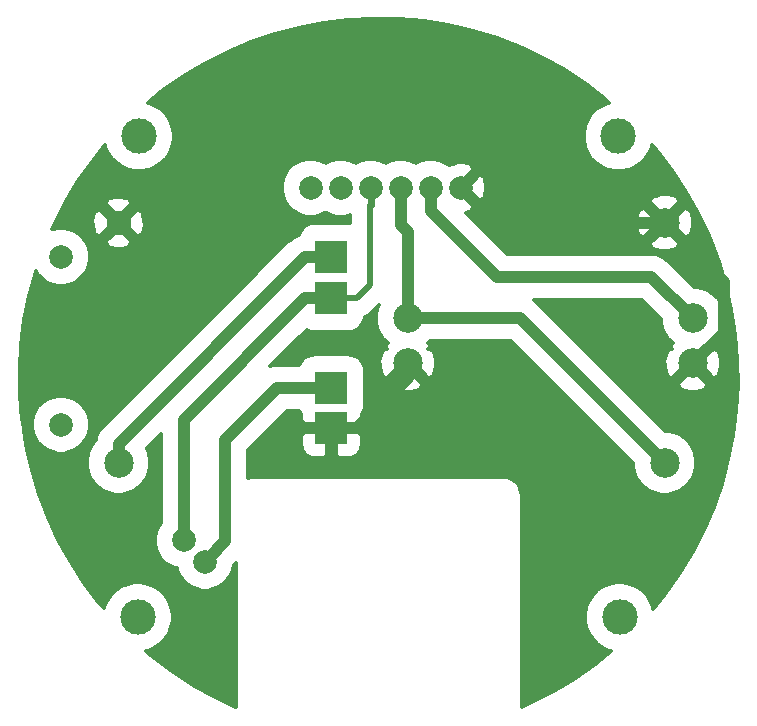
<source format=gbr>
G04 #@! TF.GenerationSoftware,KiCad,Pcbnew,(5.1.2)-2*
G04 #@! TF.CreationDate,2019-10-20T14:27:07-03:00*
G04 #@! TF.ProjectId,placa_potencia,706c6163-615f-4706-9f74-656e6369612e,rev?*
G04 #@! TF.SameCoordinates,Original*
G04 #@! TF.FileFunction,Copper,L1,Top*
G04 #@! TF.FilePolarity,Positive*
%FSLAX46Y46*%
G04 Gerber Fmt 4.6, Leading zero omitted, Abs format (unit mm)*
G04 Created by KiCad (PCBNEW (5.1.2)-2) date 2019-10-20 14:27:07*
%MOMM*%
%LPD*%
G04 APERTURE LIST*
%ADD10R,2.800000X2.800000*%
%ADD11C,2.000000*%
%ADD12C,3.000000*%
%ADD13C,2.500000*%
%ADD14C,2.100000*%
%ADD15C,1.000000*%
%ADD16C,0.800000*%
%ADD17C,0.500000*%
%ADD18C,0.600000*%
%ADD19C,0.300000*%
G04 APERTURE END LIST*
D10*
X80600000Y-70300000D03*
X80600000Y-62700000D03*
X80600000Y-73700000D03*
X80600000Y-59200000D03*
D11*
X57700000Y-73400000D03*
X57700000Y-59200000D03*
D12*
X64300000Y-49000000D03*
X104900000Y-49000000D03*
X64200000Y-89700000D03*
X105000000Y-89700000D03*
D11*
X91550000Y-53350000D03*
X89010000Y-53350000D03*
X86470000Y-53350000D03*
X83930000Y-53350000D03*
X81390000Y-53350000D03*
X78850000Y-53350000D03*
X68100000Y-83200000D03*
X69896051Y-84996051D03*
D13*
X62574000Y-76626000D03*
D14*
X62574000Y-56306000D03*
D13*
X108802000Y-76626000D03*
X108802000Y-56306000D03*
X87070000Y-64410000D03*
X87070000Y-68220000D03*
X111200000Y-64410000D03*
X111200000Y-68220000D03*
D15*
X87070000Y-69430000D02*
X87070000Y-68220000D01*
X82800000Y-73700000D02*
X87070000Y-69430000D01*
X80600000Y-73700000D02*
X82800000Y-73700000D01*
X94506000Y-56306000D02*
X108802000Y-56306000D01*
X91550000Y-53350000D02*
X94506000Y-56306000D01*
X113800000Y-61304000D02*
X108802000Y-56306000D01*
X111200000Y-68220000D02*
X113800000Y-65620000D01*
X113800000Y-65620000D02*
X113800000Y-61304000D01*
X89010000Y-55278351D02*
X89010000Y-53350000D01*
X94631649Y-60900000D02*
X89010000Y-55278351D01*
X111200000Y-64410000D02*
X107690000Y-60900000D01*
X107690000Y-60900000D02*
X94631649Y-60900000D01*
D16*
X88837766Y-64410000D02*
X88847766Y-64400000D01*
D15*
X87070000Y-64410000D02*
X88837766Y-64410000D01*
X96576000Y-64400000D02*
X108802000Y-76626000D01*
X88847766Y-64400000D02*
X96576000Y-64400000D01*
X87070000Y-64410000D02*
X87070000Y-57070000D01*
X86470000Y-56470000D02*
X86470000Y-53350000D01*
X87070000Y-57070000D02*
X86470000Y-56470000D01*
X78400000Y-62700000D02*
X80600000Y-62700000D01*
X68100000Y-73000000D02*
X78400000Y-62700000D01*
X68100000Y-83200000D02*
X68100000Y-73000000D01*
D17*
X82800000Y-62700000D02*
X83880000Y-61620000D01*
X83880000Y-54814213D02*
X83880000Y-61620000D01*
X80600000Y-62700000D02*
X82800000Y-62700000D01*
D18*
X83930000Y-53350000D02*
X83930000Y-54764213D01*
D15*
X80600000Y-70300000D02*
X81260002Y-70300000D01*
X70896050Y-83996052D02*
X70896050Y-83953950D01*
X69896051Y-84996051D02*
X70896050Y-83996052D01*
X70896050Y-83953950D02*
X71600000Y-83250000D01*
X71600000Y-83250000D02*
X71600000Y-74700000D01*
X76000000Y-70300000D02*
X80600000Y-70300000D01*
X71600000Y-74700000D02*
X76000000Y-70300000D01*
X62574000Y-75026000D02*
X62574000Y-76626000D01*
X78400000Y-59200000D02*
X62574000Y-75026000D01*
X80600000Y-59200000D02*
X78400000Y-59200000D01*
D19*
G36*
X86283155Y-39067411D02*
G01*
X88396386Y-39258057D01*
X90491167Y-39595649D01*
X92557332Y-40078553D01*
X94584745Y-40704399D01*
X96563572Y-41470148D01*
X98484163Y-42372067D01*
X100337158Y-43405765D01*
X102113531Y-44566199D01*
X103804639Y-45847728D01*
X104142358Y-46142911D01*
X104039517Y-46163367D01*
X103502651Y-46385744D01*
X103019484Y-46708585D01*
X102608585Y-47119484D01*
X102285744Y-47602651D01*
X102063367Y-48139517D01*
X101950000Y-48709450D01*
X101950000Y-49290550D01*
X102063367Y-49860483D01*
X102285744Y-50397349D01*
X102608585Y-50880516D01*
X103019484Y-51291415D01*
X103502651Y-51614256D01*
X104039517Y-51836633D01*
X104609450Y-51950000D01*
X105190550Y-51950000D01*
X105760483Y-51836633D01*
X106297349Y-51614256D01*
X106780516Y-51291415D01*
X107191415Y-50880516D01*
X107514256Y-50397349D01*
X107736633Y-49860483D01*
X107759684Y-49744597D01*
X108286207Y-50353613D01*
X109558560Y-52051618D01*
X110709376Y-53834259D01*
X111733033Y-55692826D01*
X112624541Y-57618253D01*
X113379575Y-59601203D01*
X113994444Y-61631986D01*
X114466153Y-63700700D01*
X114792409Y-65797296D01*
X114971619Y-67911534D01*
X115002910Y-70033122D01*
X114886130Y-72151724D01*
X114621848Y-74257030D01*
X114211351Y-76338770D01*
X113656644Y-78386784D01*
X112960420Y-80391132D01*
X112126077Y-82342031D01*
X111157680Y-84229973D01*
X110059949Y-86045759D01*
X108838211Y-87780574D01*
X107863983Y-88977012D01*
X107836633Y-88839517D01*
X107614256Y-88302651D01*
X107291415Y-87819484D01*
X106880516Y-87408585D01*
X106397349Y-87085744D01*
X105860483Y-86863367D01*
X105290550Y-86750000D01*
X104709450Y-86750000D01*
X104139517Y-86863367D01*
X103602651Y-87085744D01*
X103119484Y-87408585D01*
X102708585Y-87819484D01*
X102385744Y-88302651D01*
X102163367Y-88839517D01*
X102050000Y-89409450D01*
X102050000Y-89990550D01*
X102163367Y-90560483D01*
X102385744Y-91097349D01*
X102708585Y-91580516D01*
X103119484Y-91991415D01*
X103602651Y-92314256D01*
X104139517Y-92536633D01*
X104302298Y-92569012D01*
X102838909Y-93747500D01*
X101097522Y-94959826D01*
X99275814Y-96047721D01*
X97382670Y-97005884D01*
X96710062Y-97289244D01*
X96710062Y-79513733D01*
X96717803Y-79435136D01*
X96706726Y-79322663D01*
X96686911Y-79121481D01*
X96595421Y-78819880D01*
X96446850Y-78541923D01*
X96246907Y-78298291D01*
X96217972Y-78274545D01*
X96003275Y-78098348D01*
X95725318Y-77949777D01*
X95423717Y-77858287D01*
X95188659Y-77835136D01*
X95188658Y-77835136D01*
X95110062Y-77827395D01*
X95031465Y-77835136D01*
X74188659Y-77835136D01*
X74110062Y-77827395D01*
X74031466Y-77835136D01*
X74031465Y-77835136D01*
X73796407Y-77858287D01*
X73550000Y-77933034D01*
X73550000Y-75507715D01*
X73957715Y-75100000D01*
X78044436Y-75100000D01*
X78066640Y-75325439D01*
X78132398Y-75542215D01*
X78239184Y-75741997D01*
X78382893Y-75917107D01*
X78558003Y-76060816D01*
X78757785Y-76167602D01*
X78974561Y-76233360D01*
X79200000Y-76255564D01*
X79962500Y-76250000D01*
X80250000Y-75962500D01*
X80250000Y-74050000D01*
X80950000Y-74050000D01*
X80950000Y-75962500D01*
X81237500Y-76250000D01*
X82000000Y-76255564D01*
X82225439Y-76233360D01*
X82442215Y-76167602D01*
X82641997Y-76060816D01*
X82817107Y-75917107D01*
X82960816Y-75741997D01*
X83067602Y-75542215D01*
X83133360Y-75325439D01*
X83155564Y-75100000D01*
X83150000Y-74337500D01*
X82862500Y-74050000D01*
X80950000Y-74050000D01*
X80250000Y-74050000D01*
X78337500Y-74050000D01*
X78050000Y-74337500D01*
X78044436Y-75100000D01*
X73957715Y-75100000D01*
X76807716Y-72250000D01*
X77851596Y-72250000D01*
X77853894Y-72257576D01*
X77988536Y-72509474D01*
X78046480Y-72580078D01*
X78050000Y-73062500D01*
X78337500Y-73350000D01*
X80250000Y-73350000D01*
X80250000Y-73330000D01*
X80950000Y-73330000D01*
X80950000Y-73350000D01*
X82862500Y-73350000D01*
X83150000Y-73062500D01*
X83153520Y-72580078D01*
X83211464Y-72509474D01*
X83346106Y-72257576D01*
X83429019Y-71984250D01*
X83457015Y-71700000D01*
X83457015Y-69948932D01*
X85836043Y-69948932D01*
X85950654Y-70356104D01*
X86388895Y-70533433D01*
X86853310Y-70621858D01*
X87326053Y-70617981D01*
X87788955Y-70521951D01*
X88189346Y-70356104D01*
X88303957Y-69948932D01*
X87070000Y-68714975D01*
X85836043Y-69948932D01*
X83457015Y-69948932D01*
X83457015Y-68900000D01*
X83429019Y-68615750D01*
X83346106Y-68342424D01*
X83211464Y-68090526D01*
X83030265Y-67869735D01*
X82809474Y-67688536D01*
X82557576Y-67553894D01*
X82284250Y-67470981D01*
X82000000Y-67442985D01*
X79200000Y-67442985D01*
X78915750Y-67470981D01*
X78642424Y-67553894D01*
X78390526Y-67688536D01*
X78169735Y-67869735D01*
X77988536Y-68090526D01*
X77853894Y-68342424D01*
X77851596Y-68350000D01*
X76095795Y-68350000D01*
X76000000Y-68340565D01*
X75904205Y-68350000D01*
X75617733Y-68378215D01*
X75419309Y-68438406D01*
X78492008Y-65365707D01*
X78642424Y-65446106D01*
X78915750Y-65529019D01*
X79200000Y-65557015D01*
X82000000Y-65557015D01*
X82284250Y-65529019D01*
X82557576Y-65446106D01*
X82809474Y-65311464D01*
X83030265Y-65130265D01*
X83211464Y-64909474D01*
X83346106Y-64657576D01*
X83429019Y-64384250D01*
X83439026Y-64282648D01*
X83453709Y-64278194D01*
X83749039Y-64120337D01*
X83794599Y-64082947D01*
X83943031Y-63961132D01*
X83943035Y-63961128D01*
X84007897Y-63907897D01*
X84061129Y-63843034D01*
X84609550Y-63294613D01*
X84473760Y-63622439D01*
X84370000Y-64144073D01*
X84370000Y-64675927D01*
X84473760Y-65197561D01*
X84677291Y-65688930D01*
X84972773Y-66131150D01*
X85348850Y-66507227D01*
X85363485Y-66517006D01*
X85117757Y-66762734D01*
X85341066Y-66986043D01*
X84933896Y-67100654D01*
X84756567Y-67538895D01*
X84668142Y-68003310D01*
X84672019Y-68476053D01*
X84768049Y-68938955D01*
X84933896Y-69339346D01*
X85341068Y-69453957D01*
X86575025Y-68220000D01*
X86560883Y-68205858D01*
X87055858Y-67710883D01*
X87070000Y-67725025D01*
X87084142Y-67710883D01*
X87579117Y-68205858D01*
X87564975Y-68220000D01*
X88798932Y-69453957D01*
X89206104Y-69339346D01*
X89383433Y-68901105D01*
X89471858Y-68436690D01*
X89467981Y-67963947D01*
X89371951Y-67501045D01*
X89206104Y-67100654D01*
X88798934Y-66986043D01*
X89022243Y-66762734D01*
X88776515Y-66517006D01*
X88791150Y-66507227D01*
X88938903Y-66359474D01*
X89035093Y-66350000D01*
X95768285Y-66350000D01*
X106102000Y-76683716D01*
X106102000Y-76891927D01*
X106205760Y-77413561D01*
X106409291Y-77904930D01*
X106704773Y-78347150D01*
X107080850Y-78723227D01*
X107523070Y-79018709D01*
X108014439Y-79222240D01*
X108536073Y-79326000D01*
X109067927Y-79326000D01*
X109589561Y-79222240D01*
X110080930Y-79018709D01*
X110523150Y-78723227D01*
X110899227Y-78347150D01*
X111194709Y-77904930D01*
X111398240Y-77413561D01*
X111502000Y-76891927D01*
X111502000Y-76360073D01*
X111398240Y-75838439D01*
X111194709Y-75347070D01*
X110899227Y-74904850D01*
X110523150Y-74528773D01*
X110080930Y-74233291D01*
X109589561Y-74029760D01*
X109067927Y-73926000D01*
X108859716Y-73926000D01*
X104882648Y-69948932D01*
X109966043Y-69948932D01*
X110080654Y-70356104D01*
X110518895Y-70533433D01*
X110983310Y-70621858D01*
X111456053Y-70617981D01*
X111918955Y-70521951D01*
X112319346Y-70356104D01*
X112433957Y-69948932D01*
X111200000Y-68714975D01*
X109966043Y-69948932D01*
X104882648Y-69948932D01*
X98022605Y-63088890D01*
X97961530Y-63014470D01*
X97761123Y-62850000D01*
X106882285Y-62850000D01*
X108500000Y-64467716D01*
X108500000Y-64675927D01*
X108603760Y-65197561D01*
X108807291Y-65688930D01*
X109102773Y-66131150D01*
X109478850Y-66507227D01*
X109493485Y-66517006D01*
X109247757Y-66762734D01*
X109471066Y-66986043D01*
X109063896Y-67100654D01*
X108886567Y-67538895D01*
X108798142Y-68003310D01*
X108802019Y-68476053D01*
X108898049Y-68938955D01*
X109063896Y-69339346D01*
X109471068Y-69453957D01*
X110705025Y-68220000D01*
X110690883Y-68205858D01*
X111185858Y-67710883D01*
X111200000Y-67725025D01*
X111214142Y-67710883D01*
X111709117Y-68205858D01*
X111694975Y-68220000D01*
X112928932Y-69453957D01*
X113336104Y-69339346D01*
X113513433Y-68901105D01*
X113601858Y-68436690D01*
X113597981Y-67963947D01*
X113501951Y-67501045D01*
X113336104Y-67100654D01*
X112928934Y-66986043D01*
X113152243Y-66762734D01*
X112906515Y-66517006D01*
X112921150Y-66507227D01*
X113297227Y-66131150D01*
X113592709Y-65688930D01*
X113796240Y-65197561D01*
X113900000Y-64675927D01*
X113900000Y-64144073D01*
X113796240Y-63622439D01*
X113592709Y-63131070D01*
X113297227Y-62688850D01*
X112921150Y-62312773D01*
X112478930Y-62017291D01*
X111987561Y-61813760D01*
X111465927Y-61710000D01*
X111257716Y-61710000D01*
X109136605Y-59588890D01*
X109075530Y-59514470D01*
X108778604Y-59270789D01*
X108439843Y-59089718D01*
X108072267Y-58978215D01*
X107785795Y-58950000D01*
X107690000Y-58940565D01*
X107594205Y-58950000D01*
X95439366Y-58950000D01*
X94524298Y-58034932D01*
X107568043Y-58034932D01*
X107682654Y-58442104D01*
X108120895Y-58619433D01*
X108585310Y-58707858D01*
X109058053Y-58703981D01*
X109520955Y-58607951D01*
X109921346Y-58442104D01*
X110035957Y-58034932D01*
X108802000Y-56800975D01*
X107568043Y-58034932D01*
X94524298Y-58034932D01*
X92578676Y-56089310D01*
X106400142Y-56089310D01*
X106404019Y-56562053D01*
X106500049Y-57024955D01*
X106665896Y-57425346D01*
X107073068Y-57539957D01*
X108307025Y-56306000D01*
X109296975Y-56306000D01*
X110530932Y-57539957D01*
X110938104Y-57425346D01*
X111115433Y-56987105D01*
X111203858Y-56522690D01*
X111199981Y-56049947D01*
X111103951Y-55587045D01*
X110938104Y-55186654D01*
X110530932Y-55072043D01*
X109296975Y-56306000D01*
X108307025Y-56306000D01*
X107073068Y-55072043D01*
X106665896Y-55186654D01*
X106488567Y-55624895D01*
X106400142Y-56089310D01*
X92578676Y-56089310D01*
X91952561Y-55463196D01*
X92229188Y-55400864D01*
X92519921Y-55280438D01*
X92603525Y-54898500D01*
X92282093Y-54577068D01*
X107568043Y-54577068D01*
X108802000Y-55811025D01*
X110035957Y-54577068D01*
X109921346Y-54169896D01*
X109483105Y-53992567D01*
X109018690Y-53904142D01*
X108545947Y-53908019D01*
X108083045Y-54004049D01*
X107682654Y-54169896D01*
X107568043Y-54577068D01*
X92282093Y-54577068D01*
X91550000Y-53844975D01*
X91535858Y-53859117D01*
X91428153Y-53751412D01*
X91460000Y-53591304D01*
X91460000Y-53350000D01*
X92044975Y-53350000D01*
X93098500Y-54403525D01*
X93480438Y-54319921D01*
X93632567Y-53924675D01*
X93704665Y-53507344D01*
X93693960Y-53083966D01*
X93600864Y-52670812D01*
X93480438Y-52380079D01*
X93098500Y-52296475D01*
X92044975Y-53350000D01*
X91460000Y-53350000D01*
X91460000Y-53108696D01*
X91428153Y-52948588D01*
X91535858Y-52840883D01*
X91550000Y-52855025D01*
X92603525Y-51801500D01*
X92519921Y-51419562D01*
X92124675Y-51267433D01*
X91707344Y-51195335D01*
X91283966Y-51206040D01*
X90870812Y-51299136D01*
X90580079Y-51419562D01*
X90573669Y-51448845D01*
X90571784Y-51446960D01*
X90170510Y-51178838D01*
X89724639Y-50994152D01*
X89251304Y-50900000D01*
X88768696Y-50900000D01*
X88295361Y-50994152D01*
X87849490Y-51178838D01*
X87740000Y-51251997D01*
X87630510Y-51178838D01*
X87184639Y-50994152D01*
X86711304Y-50900000D01*
X86228696Y-50900000D01*
X85755361Y-50994152D01*
X85309490Y-51178838D01*
X85200000Y-51251997D01*
X85090510Y-51178838D01*
X84644639Y-50994152D01*
X84171304Y-50900000D01*
X83688696Y-50900000D01*
X83215361Y-50994152D01*
X82769490Y-51178838D01*
X82660000Y-51251997D01*
X82550510Y-51178838D01*
X82104639Y-50994152D01*
X81631304Y-50900000D01*
X81148696Y-50900000D01*
X80675361Y-50994152D01*
X80229490Y-51178838D01*
X80120000Y-51251997D01*
X80010510Y-51178838D01*
X79564639Y-50994152D01*
X79091304Y-50900000D01*
X78608696Y-50900000D01*
X78135361Y-50994152D01*
X77689490Y-51178838D01*
X77288216Y-51446960D01*
X76946960Y-51788216D01*
X76678838Y-52189490D01*
X76494152Y-52635361D01*
X76400000Y-53108696D01*
X76400000Y-53591304D01*
X76494152Y-54064639D01*
X76678838Y-54510510D01*
X76946960Y-54911784D01*
X77288216Y-55253040D01*
X77689490Y-55521162D01*
X78135361Y-55705848D01*
X78608696Y-55800000D01*
X79091304Y-55800000D01*
X79564639Y-55705848D01*
X80010510Y-55521162D01*
X80120000Y-55448003D01*
X80229490Y-55521162D01*
X80675361Y-55705848D01*
X81148696Y-55800000D01*
X81631304Y-55800000D01*
X82104639Y-55705848D01*
X82180000Y-55674632D01*
X82180000Y-56360713D01*
X82000000Y-56342985D01*
X79200000Y-56342985D01*
X78915750Y-56370981D01*
X78642424Y-56453894D01*
X78390526Y-56588536D01*
X78169735Y-56769735D01*
X77988536Y-56990526D01*
X77853894Y-57242424D01*
X77825332Y-57336579D01*
X77650157Y-57389718D01*
X77311396Y-57570789D01*
X77014470Y-57814470D01*
X76953400Y-57888884D01*
X61262890Y-73579395D01*
X61188470Y-73640470D01*
X60944789Y-73937396D01*
X60763718Y-74276158D01*
X60701338Y-74481797D01*
X60652215Y-74643734D01*
X60642855Y-74738768D01*
X60476773Y-74904850D01*
X60181291Y-75347070D01*
X59977760Y-75838439D01*
X59874000Y-76360073D01*
X59874000Y-76891927D01*
X59977760Y-77413561D01*
X60181291Y-77904930D01*
X60476773Y-78347150D01*
X60852850Y-78723227D01*
X61295070Y-79018709D01*
X61786439Y-79222240D01*
X62308073Y-79326000D01*
X62839927Y-79326000D01*
X63361561Y-79222240D01*
X63852930Y-79018709D01*
X64295150Y-78723227D01*
X64671227Y-78347150D01*
X64966709Y-77904930D01*
X65170240Y-77413561D01*
X65274000Y-76891927D01*
X65274000Y-76360073D01*
X65170240Y-75838439D01*
X64979578Y-75378138D01*
X66150001Y-74207714D01*
X66150000Y-81708497D01*
X65928838Y-82039490D01*
X65744152Y-82485361D01*
X65650000Y-82958696D01*
X65650000Y-83441304D01*
X65744152Y-83914639D01*
X65928838Y-84360510D01*
X66196960Y-84761784D01*
X66538216Y-85103040D01*
X66939490Y-85371162D01*
X67385361Y-85555848D01*
X67514513Y-85581538D01*
X67540203Y-85710690D01*
X67724889Y-86156561D01*
X67993011Y-86557835D01*
X68334267Y-86899091D01*
X68735541Y-87167213D01*
X69181412Y-87351899D01*
X69654747Y-87446051D01*
X70137355Y-87446051D01*
X70610690Y-87351899D01*
X71056561Y-87167213D01*
X71457835Y-86899091D01*
X71799091Y-86557835D01*
X72067213Y-86156561D01*
X72251899Y-85710690D01*
X72328810Y-85324032D01*
X72510063Y-85103175D01*
X72510062Y-97301777D01*
X70735961Y-96468650D01*
X68882976Y-95434960D01*
X67106593Y-94274519D01*
X65415485Y-92992990D01*
X64924347Y-92563712D01*
X65060483Y-92536633D01*
X65597349Y-92314256D01*
X66080516Y-91991415D01*
X66491415Y-91580516D01*
X66814256Y-91097349D01*
X67036633Y-90560483D01*
X67150000Y-89990550D01*
X67150000Y-89409450D01*
X67036633Y-88839517D01*
X66814256Y-88302651D01*
X66491415Y-87819484D01*
X66080516Y-87408585D01*
X65597349Y-87085744D01*
X65060483Y-86863367D01*
X64490550Y-86750000D01*
X63909450Y-86750000D01*
X63339517Y-86863367D01*
X62802651Y-87085744D01*
X62319484Y-87408585D01*
X61908585Y-87819484D01*
X61585744Y-88302651D01*
X61363367Y-88839517D01*
X61340029Y-88956845D01*
X60933917Y-88487105D01*
X59661560Y-86789093D01*
X58510745Y-85006453D01*
X57487091Y-83147892D01*
X56595578Y-81222453D01*
X55840551Y-79239519D01*
X55225680Y-77208732D01*
X54753970Y-75140016D01*
X54445654Y-73158696D01*
X55250000Y-73158696D01*
X55250000Y-73641304D01*
X55344152Y-74114639D01*
X55528838Y-74560510D01*
X55796960Y-74961784D01*
X56138216Y-75303040D01*
X56539490Y-75571162D01*
X56985361Y-75755848D01*
X57458696Y-75850000D01*
X57941304Y-75850000D01*
X58414639Y-75755848D01*
X58860510Y-75571162D01*
X59261784Y-75303040D01*
X59603040Y-74961784D01*
X59871162Y-74560510D01*
X60055848Y-74114639D01*
X60150000Y-73641304D01*
X60150000Y-73158696D01*
X60055848Y-72685361D01*
X59871162Y-72239490D01*
X59603040Y-71838216D01*
X59261784Y-71496960D01*
X58860510Y-71228838D01*
X58414639Y-71044152D01*
X57941304Y-70950000D01*
X57458696Y-70950000D01*
X56985361Y-71044152D01*
X56539490Y-71228838D01*
X56138216Y-71496960D01*
X55796960Y-71838216D01*
X55528838Y-72239490D01*
X55344152Y-72685361D01*
X55250000Y-73158696D01*
X54445654Y-73158696D01*
X54427715Y-73043422D01*
X54248505Y-70929184D01*
X54217214Y-68807596D01*
X54333994Y-66688995D01*
X54598274Y-64583701D01*
X55008773Y-62501948D01*
X55563480Y-60453934D01*
X55572983Y-60426578D01*
X55796960Y-60761784D01*
X56138216Y-61103040D01*
X56539490Y-61371162D01*
X56985361Y-61555848D01*
X57458696Y-61650000D01*
X57941304Y-61650000D01*
X58414639Y-61555848D01*
X58860510Y-61371162D01*
X59261784Y-61103040D01*
X59603040Y-60761784D01*
X59871162Y-60360510D01*
X60055848Y-59914639D01*
X60150000Y-59441304D01*
X60150000Y-58958696D01*
X60055848Y-58485361D01*
X59871162Y-58039490D01*
X59771708Y-57890646D01*
X61484329Y-57890646D01*
X61574160Y-58277617D01*
X61978015Y-58434792D01*
X62404773Y-58510159D01*
X62838034Y-58500821D01*
X63261149Y-58407137D01*
X63573840Y-58277617D01*
X63663671Y-57890646D01*
X62574000Y-56800975D01*
X61484329Y-57890646D01*
X59771708Y-57890646D01*
X59603040Y-57638216D01*
X59261784Y-57296960D01*
X58860510Y-57028838D01*
X58414639Y-56844152D01*
X57941304Y-56750000D01*
X57458696Y-56750000D01*
X56985361Y-56844152D01*
X56937893Y-56863814D01*
X57094047Y-56498687D01*
X57279686Y-56136773D01*
X60369841Y-56136773D01*
X60379179Y-56570034D01*
X60472863Y-56993149D01*
X60602383Y-57305840D01*
X60989354Y-57395671D01*
X62079025Y-56306000D01*
X63068975Y-56306000D01*
X64158646Y-57395671D01*
X64545617Y-57305840D01*
X64702792Y-56901985D01*
X64778159Y-56475227D01*
X64768821Y-56041966D01*
X64675137Y-55618851D01*
X64545617Y-55306160D01*
X64158646Y-55216329D01*
X63068975Y-56306000D01*
X62079025Y-56306000D01*
X60989354Y-55216329D01*
X60602383Y-55306160D01*
X60445208Y-55710015D01*
X60369841Y-56136773D01*
X57279686Y-56136773D01*
X58005708Y-54721354D01*
X61484329Y-54721354D01*
X62574000Y-55811025D01*
X63663671Y-54721354D01*
X63573840Y-54334383D01*
X63169985Y-54177208D01*
X62743227Y-54101841D01*
X62309966Y-54111179D01*
X61886851Y-54204863D01*
X61574160Y-54334383D01*
X61484329Y-54721354D01*
X58005708Y-54721354D01*
X58062447Y-54610739D01*
X59160175Y-52794959D01*
X60381908Y-51060151D01*
X61442831Y-49757243D01*
X61463367Y-49860483D01*
X61685744Y-50397349D01*
X62008585Y-50880516D01*
X62419484Y-51291415D01*
X62902651Y-51614256D01*
X63439517Y-51836633D01*
X64009450Y-51950000D01*
X64590550Y-51950000D01*
X65160483Y-51836633D01*
X65697349Y-51614256D01*
X66180516Y-51291415D01*
X66591415Y-50880516D01*
X66914256Y-50397349D01*
X67136633Y-49860483D01*
X67250000Y-49290550D01*
X67250000Y-48709450D01*
X67136633Y-48139517D01*
X66914256Y-47602651D01*
X66591415Y-47119484D01*
X66180516Y-46708585D01*
X65697349Y-46385744D01*
X65160483Y-46163367D01*
X65073773Y-46146119D01*
X66381224Y-45093210D01*
X68122596Y-43880896D01*
X69944315Y-42792994D01*
X71837465Y-41834829D01*
X73792844Y-41011056D01*
X75800934Y-40325687D01*
X77851926Y-39782068D01*
X79935851Y-39382842D01*
X82042558Y-39129954D01*
X84161758Y-39024640D01*
X86283155Y-39067411D01*
X86283155Y-39067411D01*
G37*
X86283155Y-39067411D02*
X88396386Y-39258057D01*
X90491167Y-39595649D01*
X92557332Y-40078553D01*
X94584745Y-40704399D01*
X96563572Y-41470148D01*
X98484163Y-42372067D01*
X100337158Y-43405765D01*
X102113531Y-44566199D01*
X103804639Y-45847728D01*
X104142358Y-46142911D01*
X104039517Y-46163367D01*
X103502651Y-46385744D01*
X103019484Y-46708585D01*
X102608585Y-47119484D01*
X102285744Y-47602651D01*
X102063367Y-48139517D01*
X101950000Y-48709450D01*
X101950000Y-49290550D01*
X102063367Y-49860483D01*
X102285744Y-50397349D01*
X102608585Y-50880516D01*
X103019484Y-51291415D01*
X103502651Y-51614256D01*
X104039517Y-51836633D01*
X104609450Y-51950000D01*
X105190550Y-51950000D01*
X105760483Y-51836633D01*
X106297349Y-51614256D01*
X106780516Y-51291415D01*
X107191415Y-50880516D01*
X107514256Y-50397349D01*
X107736633Y-49860483D01*
X107759684Y-49744597D01*
X108286207Y-50353613D01*
X109558560Y-52051618D01*
X110709376Y-53834259D01*
X111733033Y-55692826D01*
X112624541Y-57618253D01*
X113379575Y-59601203D01*
X113994444Y-61631986D01*
X114466153Y-63700700D01*
X114792409Y-65797296D01*
X114971619Y-67911534D01*
X115002910Y-70033122D01*
X114886130Y-72151724D01*
X114621848Y-74257030D01*
X114211351Y-76338770D01*
X113656644Y-78386784D01*
X112960420Y-80391132D01*
X112126077Y-82342031D01*
X111157680Y-84229973D01*
X110059949Y-86045759D01*
X108838211Y-87780574D01*
X107863983Y-88977012D01*
X107836633Y-88839517D01*
X107614256Y-88302651D01*
X107291415Y-87819484D01*
X106880516Y-87408585D01*
X106397349Y-87085744D01*
X105860483Y-86863367D01*
X105290550Y-86750000D01*
X104709450Y-86750000D01*
X104139517Y-86863367D01*
X103602651Y-87085744D01*
X103119484Y-87408585D01*
X102708585Y-87819484D01*
X102385744Y-88302651D01*
X102163367Y-88839517D01*
X102050000Y-89409450D01*
X102050000Y-89990550D01*
X102163367Y-90560483D01*
X102385744Y-91097349D01*
X102708585Y-91580516D01*
X103119484Y-91991415D01*
X103602651Y-92314256D01*
X104139517Y-92536633D01*
X104302298Y-92569012D01*
X102838909Y-93747500D01*
X101097522Y-94959826D01*
X99275814Y-96047721D01*
X97382670Y-97005884D01*
X96710062Y-97289244D01*
X96710062Y-79513733D01*
X96717803Y-79435136D01*
X96706726Y-79322663D01*
X96686911Y-79121481D01*
X96595421Y-78819880D01*
X96446850Y-78541923D01*
X96246907Y-78298291D01*
X96217972Y-78274545D01*
X96003275Y-78098348D01*
X95725318Y-77949777D01*
X95423717Y-77858287D01*
X95188659Y-77835136D01*
X95188658Y-77835136D01*
X95110062Y-77827395D01*
X95031465Y-77835136D01*
X74188659Y-77835136D01*
X74110062Y-77827395D01*
X74031466Y-77835136D01*
X74031465Y-77835136D01*
X73796407Y-77858287D01*
X73550000Y-77933034D01*
X73550000Y-75507715D01*
X73957715Y-75100000D01*
X78044436Y-75100000D01*
X78066640Y-75325439D01*
X78132398Y-75542215D01*
X78239184Y-75741997D01*
X78382893Y-75917107D01*
X78558003Y-76060816D01*
X78757785Y-76167602D01*
X78974561Y-76233360D01*
X79200000Y-76255564D01*
X79962500Y-76250000D01*
X80250000Y-75962500D01*
X80250000Y-74050000D01*
X80950000Y-74050000D01*
X80950000Y-75962500D01*
X81237500Y-76250000D01*
X82000000Y-76255564D01*
X82225439Y-76233360D01*
X82442215Y-76167602D01*
X82641997Y-76060816D01*
X82817107Y-75917107D01*
X82960816Y-75741997D01*
X83067602Y-75542215D01*
X83133360Y-75325439D01*
X83155564Y-75100000D01*
X83150000Y-74337500D01*
X82862500Y-74050000D01*
X80950000Y-74050000D01*
X80250000Y-74050000D01*
X78337500Y-74050000D01*
X78050000Y-74337500D01*
X78044436Y-75100000D01*
X73957715Y-75100000D01*
X76807716Y-72250000D01*
X77851596Y-72250000D01*
X77853894Y-72257576D01*
X77988536Y-72509474D01*
X78046480Y-72580078D01*
X78050000Y-73062500D01*
X78337500Y-73350000D01*
X80250000Y-73350000D01*
X80250000Y-73330000D01*
X80950000Y-73330000D01*
X80950000Y-73350000D01*
X82862500Y-73350000D01*
X83150000Y-73062500D01*
X83153520Y-72580078D01*
X83211464Y-72509474D01*
X83346106Y-72257576D01*
X83429019Y-71984250D01*
X83457015Y-71700000D01*
X83457015Y-69948932D01*
X85836043Y-69948932D01*
X85950654Y-70356104D01*
X86388895Y-70533433D01*
X86853310Y-70621858D01*
X87326053Y-70617981D01*
X87788955Y-70521951D01*
X88189346Y-70356104D01*
X88303957Y-69948932D01*
X87070000Y-68714975D01*
X85836043Y-69948932D01*
X83457015Y-69948932D01*
X83457015Y-68900000D01*
X83429019Y-68615750D01*
X83346106Y-68342424D01*
X83211464Y-68090526D01*
X83030265Y-67869735D01*
X82809474Y-67688536D01*
X82557576Y-67553894D01*
X82284250Y-67470981D01*
X82000000Y-67442985D01*
X79200000Y-67442985D01*
X78915750Y-67470981D01*
X78642424Y-67553894D01*
X78390526Y-67688536D01*
X78169735Y-67869735D01*
X77988536Y-68090526D01*
X77853894Y-68342424D01*
X77851596Y-68350000D01*
X76095795Y-68350000D01*
X76000000Y-68340565D01*
X75904205Y-68350000D01*
X75617733Y-68378215D01*
X75419309Y-68438406D01*
X78492008Y-65365707D01*
X78642424Y-65446106D01*
X78915750Y-65529019D01*
X79200000Y-65557015D01*
X82000000Y-65557015D01*
X82284250Y-65529019D01*
X82557576Y-65446106D01*
X82809474Y-65311464D01*
X83030265Y-65130265D01*
X83211464Y-64909474D01*
X83346106Y-64657576D01*
X83429019Y-64384250D01*
X83439026Y-64282648D01*
X83453709Y-64278194D01*
X83749039Y-64120337D01*
X83794599Y-64082947D01*
X83943031Y-63961132D01*
X83943035Y-63961128D01*
X84007897Y-63907897D01*
X84061129Y-63843034D01*
X84609550Y-63294613D01*
X84473760Y-63622439D01*
X84370000Y-64144073D01*
X84370000Y-64675927D01*
X84473760Y-65197561D01*
X84677291Y-65688930D01*
X84972773Y-66131150D01*
X85348850Y-66507227D01*
X85363485Y-66517006D01*
X85117757Y-66762734D01*
X85341066Y-66986043D01*
X84933896Y-67100654D01*
X84756567Y-67538895D01*
X84668142Y-68003310D01*
X84672019Y-68476053D01*
X84768049Y-68938955D01*
X84933896Y-69339346D01*
X85341068Y-69453957D01*
X86575025Y-68220000D01*
X86560883Y-68205858D01*
X87055858Y-67710883D01*
X87070000Y-67725025D01*
X87084142Y-67710883D01*
X87579117Y-68205858D01*
X87564975Y-68220000D01*
X88798932Y-69453957D01*
X89206104Y-69339346D01*
X89383433Y-68901105D01*
X89471858Y-68436690D01*
X89467981Y-67963947D01*
X89371951Y-67501045D01*
X89206104Y-67100654D01*
X88798934Y-66986043D01*
X89022243Y-66762734D01*
X88776515Y-66517006D01*
X88791150Y-66507227D01*
X88938903Y-66359474D01*
X89035093Y-66350000D01*
X95768285Y-66350000D01*
X106102000Y-76683716D01*
X106102000Y-76891927D01*
X106205760Y-77413561D01*
X106409291Y-77904930D01*
X106704773Y-78347150D01*
X107080850Y-78723227D01*
X107523070Y-79018709D01*
X108014439Y-79222240D01*
X108536073Y-79326000D01*
X109067927Y-79326000D01*
X109589561Y-79222240D01*
X110080930Y-79018709D01*
X110523150Y-78723227D01*
X110899227Y-78347150D01*
X111194709Y-77904930D01*
X111398240Y-77413561D01*
X111502000Y-76891927D01*
X111502000Y-76360073D01*
X111398240Y-75838439D01*
X111194709Y-75347070D01*
X110899227Y-74904850D01*
X110523150Y-74528773D01*
X110080930Y-74233291D01*
X109589561Y-74029760D01*
X109067927Y-73926000D01*
X108859716Y-73926000D01*
X104882648Y-69948932D01*
X109966043Y-69948932D01*
X110080654Y-70356104D01*
X110518895Y-70533433D01*
X110983310Y-70621858D01*
X111456053Y-70617981D01*
X111918955Y-70521951D01*
X112319346Y-70356104D01*
X112433957Y-69948932D01*
X111200000Y-68714975D01*
X109966043Y-69948932D01*
X104882648Y-69948932D01*
X98022605Y-63088890D01*
X97961530Y-63014470D01*
X97761123Y-62850000D01*
X106882285Y-62850000D01*
X108500000Y-64467716D01*
X108500000Y-64675927D01*
X108603760Y-65197561D01*
X108807291Y-65688930D01*
X109102773Y-66131150D01*
X109478850Y-66507227D01*
X109493485Y-66517006D01*
X109247757Y-66762734D01*
X109471066Y-66986043D01*
X109063896Y-67100654D01*
X108886567Y-67538895D01*
X108798142Y-68003310D01*
X108802019Y-68476053D01*
X108898049Y-68938955D01*
X109063896Y-69339346D01*
X109471068Y-69453957D01*
X110705025Y-68220000D01*
X110690883Y-68205858D01*
X111185858Y-67710883D01*
X111200000Y-67725025D01*
X111214142Y-67710883D01*
X111709117Y-68205858D01*
X111694975Y-68220000D01*
X112928932Y-69453957D01*
X113336104Y-69339346D01*
X113513433Y-68901105D01*
X113601858Y-68436690D01*
X113597981Y-67963947D01*
X113501951Y-67501045D01*
X113336104Y-67100654D01*
X112928934Y-66986043D01*
X113152243Y-66762734D01*
X112906515Y-66517006D01*
X112921150Y-66507227D01*
X113297227Y-66131150D01*
X113592709Y-65688930D01*
X113796240Y-65197561D01*
X113900000Y-64675927D01*
X113900000Y-64144073D01*
X113796240Y-63622439D01*
X113592709Y-63131070D01*
X113297227Y-62688850D01*
X112921150Y-62312773D01*
X112478930Y-62017291D01*
X111987561Y-61813760D01*
X111465927Y-61710000D01*
X111257716Y-61710000D01*
X109136605Y-59588890D01*
X109075530Y-59514470D01*
X108778604Y-59270789D01*
X108439843Y-59089718D01*
X108072267Y-58978215D01*
X107785795Y-58950000D01*
X107690000Y-58940565D01*
X107594205Y-58950000D01*
X95439366Y-58950000D01*
X94524298Y-58034932D01*
X107568043Y-58034932D01*
X107682654Y-58442104D01*
X108120895Y-58619433D01*
X108585310Y-58707858D01*
X109058053Y-58703981D01*
X109520955Y-58607951D01*
X109921346Y-58442104D01*
X110035957Y-58034932D01*
X108802000Y-56800975D01*
X107568043Y-58034932D01*
X94524298Y-58034932D01*
X92578676Y-56089310D01*
X106400142Y-56089310D01*
X106404019Y-56562053D01*
X106500049Y-57024955D01*
X106665896Y-57425346D01*
X107073068Y-57539957D01*
X108307025Y-56306000D01*
X109296975Y-56306000D01*
X110530932Y-57539957D01*
X110938104Y-57425346D01*
X111115433Y-56987105D01*
X111203858Y-56522690D01*
X111199981Y-56049947D01*
X111103951Y-55587045D01*
X110938104Y-55186654D01*
X110530932Y-55072043D01*
X109296975Y-56306000D01*
X108307025Y-56306000D01*
X107073068Y-55072043D01*
X106665896Y-55186654D01*
X106488567Y-55624895D01*
X106400142Y-56089310D01*
X92578676Y-56089310D01*
X91952561Y-55463196D01*
X92229188Y-55400864D01*
X92519921Y-55280438D01*
X92603525Y-54898500D01*
X92282093Y-54577068D01*
X107568043Y-54577068D01*
X108802000Y-55811025D01*
X110035957Y-54577068D01*
X109921346Y-54169896D01*
X109483105Y-53992567D01*
X109018690Y-53904142D01*
X108545947Y-53908019D01*
X108083045Y-54004049D01*
X107682654Y-54169896D01*
X107568043Y-54577068D01*
X92282093Y-54577068D01*
X91550000Y-53844975D01*
X91535858Y-53859117D01*
X91428153Y-53751412D01*
X91460000Y-53591304D01*
X91460000Y-53350000D01*
X92044975Y-53350000D01*
X93098500Y-54403525D01*
X93480438Y-54319921D01*
X93632567Y-53924675D01*
X93704665Y-53507344D01*
X93693960Y-53083966D01*
X93600864Y-52670812D01*
X93480438Y-52380079D01*
X93098500Y-52296475D01*
X92044975Y-53350000D01*
X91460000Y-53350000D01*
X91460000Y-53108696D01*
X91428153Y-52948588D01*
X91535858Y-52840883D01*
X91550000Y-52855025D01*
X92603525Y-51801500D01*
X92519921Y-51419562D01*
X92124675Y-51267433D01*
X91707344Y-51195335D01*
X91283966Y-51206040D01*
X90870812Y-51299136D01*
X90580079Y-51419562D01*
X90573669Y-51448845D01*
X90571784Y-51446960D01*
X90170510Y-51178838D01*
X89724639Y-50994152D01*
X89251304Y-50900000D01*
X88768696Y-50900000D01*
X88295361Y-50994152D01*
X87849490Y-51178838D01*
X87740000Y-51251997D01*
X87630510Y-51178838D01*
X87184639Y-50994152D01*
X86711304Y-50900000D01*
X86228696Y-50900000D01*
X85755361Y-50994152D01*
X85309490Y-51178838D01*
X85200000Y-51251997D01*
X85090510Y-51178838D01*
X84644639Y-50994152D01*
X84171304Y-50900000D01*
X83688696Y-50900000D01*
X83215361Y-50994152D01*
X82769490Y-51178838D01*
X82660000Y-51251997D01*
X82550510Y-51178838D01*
X82104639Y-50994152D01*
X81631304Y-50900000D01*
X81148696Y-50900000D01*
X80675361Y-50994152D01*
X80229490Y-51178838D01*
X80120000Y-51251997D01*
X80010510Y-51178838D01*
X79564639Y-50994152D01*
X79091304Y-50900000D01*
X78608696Y-50900000D01*
X78135361Y-50994152D01*
X77689490Y-51178838D01*
X77288216Y-51446960D01*
X76946960Y-51788216D01*
X76678838Y-52189490D01*
X76494152Y-52635361D01*
X76400000Y-53108696D01*
X76400000Y-53591304D01*
X76494152Y-54064639D01*
X76678838Y-54510510D01*
X76946960Y-54911784D01*
X77288216Y-55253040D01*
X77689490Y-55521162D01*
X78135361Y-55705848D01*
X78608696Y-55800000D01*
X79091304Y-55800000D01*
X79564639Y-55705848D01*
X80010510Y-55521162D01*
X80120000Y-55448003D01*
X80229490Y-55521162D01*
X80675361Y-55705848D01*
X81148696Y-55800000D01*
X81631304Y-55800000D01*
X82104639Y-55705848D01*
X82180000Y-55674632D01*
X82180000Y-56360713D01*
X82000000Y-56342985D01*
X79200000Y-56342985D01*
X78915750Y-56370981D01*
X78642424Y-56453894D01*
X78390526Y-56588536D01*
X78169735Y-56769735D01*
X77988536Y-56990526D01*
X77853894Y-57242424D01*
X77825332Y-57336579D01*
X77650157Y-57389718D01*
X77311396Y-57570789D01*
X77014470Y-57814470D01*
X76953400Y-57888884D01*
X61262890Y-73579395D01*
X61188470Y-73640470D01*
X60944789Y-73937396D01*
X60763718Y-74276158D01*
X60701338Y-74481797D01*
X60652215Y-74643734D01*
X60642855Y-74738768D01*
X60476773Y-74904850D01*
X60181291Y-75347070D01*
X59977760Y-75838439D01*
X59874000Y-76360073D01*
X59874000Y-76891927D01*
X59977760Y-77413561D01*
X60181291Y-77904930D01*
X60476773Y-78347150D01*
X60852850Y-78723227D01*
X61295070Y-79018709D01*
X61786439Y-79222240D01*
X62308073Y-79326000D01*
X62839927Y-79326000D01*
X63361561Y-79222240D01*
X63852930Y-79018709D01*
X64295150Y-78723227D01*
X64671227Y-78347150D01*
X64966709Y-77904930D01*
X65170240Y-77413561D01*
X65274000Y-76891927D01*
X65274000Y-76360073D01*
X65170240Y-75838439D01*
X64979578Y-75378138D01*
X66150001Y-74207714D01*
X66150000Y-81708497D01*
X65928838Y-82039490D01*
X65744152Y-82485361D01*
X65650000Y-82958696D01*
X65650000Y-83441304D01*
X65744152Y-83914639D01*
X65928838Y-84360510D01*
X66196960Y-84761784D01*
X66538216Y-85103040D01*
X66939490Y-85371162D01*
X67385361Y-85555848D01*
X67514513Y-85581538D01*
X67540203Y-85710690D01*
X67724889Y-86156561D01*
X67993011Y-86557835D01*
X68334267Y-86899091D01*
X68735541Y-87167213D01*
X69181412Y-87351899D01*
X69654747Y-87446051D01*
X70137355Y-87446051D01*
X70610690Y-87351899D01*
X71056561Y-87167213D01*
X71457835Y-86899091D01*
X71799091Y-86557835D01*
X72067213Y-86156561D01*
X72251899Y-85710690D01*
X72328810Y-85324032D01*
X72510063Y-85103175D01*
X72510062Y-97301777D01*
X70735961Y-96468650D01*
X68882976Y-95434960D01*
X67106593Y-94274519D01*
X65415485Y-92992990D01*
X64924347Y-92563712D01*
X65060483Y-92536633D01*
X65597349Y-92314256D01*
X66080516Y-91991415D01*
X66491415Y-91580516D01*
X66814256Y-91097349D01*
X67036633Y-90560483D01*
X67150000Y-89990550D01*
X67150000Y-89409450D01*
X67036633Y-88839517D01*
X66814256Y-88302651D01*
X66491415Y-87819484D01*
X66080516Y-87408585D01*
X65597349Y-87085744D01*
X65060483Y-86863367D01*
X64490550Y-86750000D01*
X63909450Y-86750000D01*
X63339517Y-86863367D01*
X62802651Y-87085744D01*
X62319484Y-87408585D01*
X61908585Y-87819484D01*
X61585744Y-88302651D01*
X61363367Y-88839517D01*
X61340029Y-88956845D01*
X60933917Y-88487105D01*
X59661560Y-86789093D01*
X58510745Y-85006453D01*
X57487091Y-83147892D01*
X56595578Y-81222453D01*
X55840551Y-79239519D01*
X55225680Y-77208732D01*
X54753970Y-75140016D01*
X54445654Y-73158696D01*
X55250000Y-73158696D01*
X55250000Y-73641304D01*
X55344152Y-74114639D01*
X55528838Y-74560510D01*
X55796960Y-74961784D01*
X56138216Y-75303040D01*
X56539490Y-75571162D01*
X56985361Y-75755848D01*
X57458696Y-75850000D01*
X57941304Y-75850000D01*
X58414639Y-75755848D01*
X58860510Y-75571162D01*
X59261784Y-75303040D01*
X59603040Y-74961784D01*
X59871162Y-74560510D01*
X60055848Y-74114639D01*
X60150000Y-73641304D01*
X60150000Y-73158696D01*
X60055848Y-72685361D01*
X59871162Y-72239490D01*
X59603040Y-71838216D01*
X59261784Y-71496960D01*
X58860510Y-71228838D01*
X58414639Y-71044152D01*
X57941304Y-70950000D01*
X57458696Y-70950000D01*
X56985361Y-71044152D01*
X56539490Y-71228838D01*
X56138216Y-71496960D01*
X55796960Y-71838216D01*
X55528838Y-72239490D01*
X55344152Y-72685361D01*
X55250000Y-73158696D01*
X54445654Y-73158696D01*
X54427715Y-73043422D01*
X54248505Y-70929184D01*
X54217214Y-68807596D01*
X54333994Y-66688995D01*
X54598274Y-64583701D01*
X55008773Y-62501948D01*
X55563480Y-60453934D01*
X55572983Y-60426578D01*
X55796960Y-60761784D01*
X56138216Y-61103040D01*
X56539490Y-61371162D01*
X56985361Y-61555848D01*
X57458696Y-61650000D01*
X57941304Y-61650000D01*
X58414639Y-61555848D01*
X58860510Y-61371162D01*
X59261784Y-61103040D01*
X59603040Y-60761784D01*
X59871162Y-60360510D01*
X60055848Y-59914639D01*
X60150000Y-59441304D01*
X60150000Y-58958696D01*
X60055848Y-58485361D01*
X59871162Y-58039490D01*
X59771708Y-57890646D01*
X61484329Y-57890646D01*
X61574160Y-58277617D01*
X61978015Y-58434792D01*
X62404773Y-58510159D01*
X62838034Y-58500821D01*
X63261149Y-58407137D01*
X63573840Y-58277617D01*
X63663671Y-57890646D01*
X62574000Y-56800975D01*
X61484329Y-57890646D01*
X59771708Y-57890646D01*
X59603040Y-57638216D01*
X59261784Y-57296960D01*
X58860510Y-57028838D01*
X58414639Y-56844152D01*
X57941304Y-56750000D01*
X57458696Y-56750000D01*
X56985361Y-56844152D01*
X56937893Y-56863814D01*
X57094047Y-56498687D01*
X57279686Y-56136773D01*
X60369841Y-56136773D01*
X60379179Y-56570034D01*
X60472863Y-56993149D01*
X60602383Y-57305840D01*
X60989354Y-57395671D01*
X62079025Y-56306000D01*
X63068975Y-56306000D01*
X64158646Y-57395671D01*
X64545617Y-57305840D01*
X64702792Y-56901985D01*
X64778159Y-56475227D01*
X64768821Y-56041966D01*
X64675137Y-55618851D01*
X64545617Y-55306160D01*
X64158646Y-55216329D01*
X63068975Y-56306000D01*
X62079025Y-56306000D01*
X60989354Y-55216329D01*
X60602383Y-55306160D01*
X60445208Y-55710015D01*
X60369841Y-56136773D01*
X57279686Y-56136773D01*
X58005708Y-54721354D01*
X61484329Y-54721354D01*
X62574000Y-55811025D01*
X63663671Y-54721354D01*
X63573840Y-54334383D01*
X63169985Y-54177208D01*
X62743227Y-54101841D01*
X62309966Y-54111179D01*
X61886851Y-54204863D01*
X61574160Y-54334383D01*
X61484329Y-54721354D01*
X58005708Y-54721354D01*
X58062447Y-54610739D01*
X59160175Y-52794959D01*
X60381908Y-51060151D01*
X61442831Y-49757243D01*
X61463367Y-49860483D01*
X61685744Y-50397349D01*
X62008585Y-50880516D01*
X62419484Y-51291415D01*
X62902651Y-51614256D01*
X63439517Y-51836633D01*
X64009450Y-51950000D01*
X64590550Y-51950000D01*
X65160483Y-51836633D01*
X65697349Y-51614256D01*
X66180516Y-51291415D01*
X66591415Y-50880516D01*
X66914256Y-50397349D01*
X67136633Y-49860483D01*
X67250000Y-49290550D01*
X67250000Y-48709450D01*
X67136633Y-48139517D01*
X66914256Y-47602651D01*
X66591415Y-47119484D01*
X66180516Y-46708585D01*
X65697349Y-46385744D01*
X65160483Y-46163367D01*
X65073773Y-46146119D01*
X66381224Y-45093210D01*
X68122596Y-43880896D01*
X69944315Y-42792994D01*
X71837465Y-41834829D01*
X73792844Y-41011056D01*
X75800934Y-40325687D01*
X77851926Y-39782068D01*
X79935851Y-39382842D01*
X82042558Y-39129954D01*
X84161758Y-39024640D01*
X86283155Y-39067411D01*
M02*

</source>
